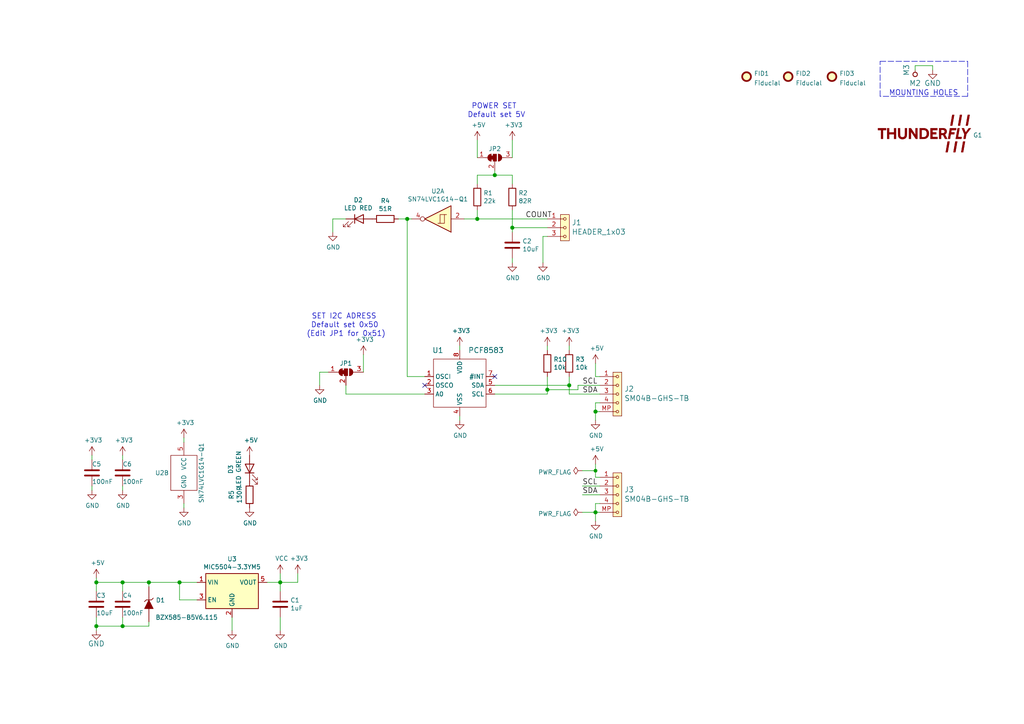
<source format=kicad_sch>
(kicad_sch (version 20211123) (generator eeschema)
  (paper "A4")
  (title_block (title "TFRPM01D") (date "2022-03-29") (company "ThunderFly s.r.o.") (comment 1 "RPM measuring device for UAVs") (comment 2 "Jacho  <info@thunderfly.cz>") (comment 3 "roman-dvorak"))
  (lib_symbols
    (symbol "Device:C" (pin_numbers hide) (pin_names (offset 0.254))
      (property "Reference" "C" (at 0.635 2.54 0))
      (property "Value" "C" (at 0.635 -2.54 0))
      (symbol "C_1_1"
        (pin passive line (at 0 3.81 270) (length 2.794) (name "~") (number "1"))
        (pin passive line (at 0 -3.81 90) (length 2.794) (name "~") (number "2"))
      )
    )
    (symbol "Device:LED" (pin_numbers hide) (pin_names (offset 1.016) hide)
      (property "Reference" "D" (at 0 2.54 0))
      (property "Value" "LED" (at 0 -2.54 0))
      (symbol "LED_1_1"
        (pin passive line (at -3.81 0 0) (length 2.54) (name "K") (number "1"))
        (pin passive line (at 3.81 0 180) (length 2.54) (name "A") (number "2"))
      )
    )
    (symbol "Device:R" (pin_numbers hide) (pin_names (offset 0))
      (property "Reference" "R" (at 2.032 0 90))
      (property "Value" "R" (at 0 0 90))
      (symbol "R_1_1"
        (pin passive line (at 0 3.81 270) (length 1.27) (name "~") (number "1"))
        (pin passive line (at 0 -3.81 90) (length 1.27) (name "~") (number "2"))
      )
    )
    (symbol "Jumper:SolderJumper_3_Bridged12" (pin_names (offset 0) hide)
      (property "Reference" "JP" (at -2.54 -2.54 0))
      (property "Value" "SolderJumper_3_Bridged12" (at 0 2.794 0))
      (symbol "SolderJumper_3_Bridged12_1_1"
        (pin passive line (at -5.08 0 0) (length 2.54) (name "A") (number "1"))
        (pin passive line (at 0 -3.81 90) (length 2.54) (name "C") (number "2"))
        (pin passive line (at 5.08 0 180) (length 2.54) (name "B") (number "3"))
      )
    )
    (symbol "LED_1" (pin_numbers hide) (pin_names (offset 1.016) hide)
      (property "Reference" "D" (at 0 2.54 0))
      (property "Value" "LED_1" (at 0 -2.54 0))
      (symbol "LED_1_1_1"
        (pin passive line (at -3.81 0 0) (length 2.54) (name "K") (number "1"))
        (pin passive line (at 3.81 0 180) (length 2.54) (name "A") (number "2"))
      )
    )
    (symbol "MLAB_CONNECTORS_JST:SM04B-GHS-TB" (pin_names (offset 1.016))
      (property "Reference" "J" (at 0 -7.62 0))
      (property "Value" "SM04B-GHS-TB" (at 0 7.62 0))
      (symbol "SM04B-GHS-TB_1_1"
        (pin input line (at -5.08 5.08 0) (length 3.81) (name "~") (number "1"))
        (pin input line (at -5.08 2.54 0) (length 3.81) (name "~") (number "2"))
        (pin input line (at -5.08 0 0) (length 3.81) (name "~") (number "3"))
        (pin input line (at -5.08 -2.54 0) (length 3.81) (name "~") (number "4"))
        (pin input line (at -5.08 -5.08 0) (length 3.81) (name "~") (number "MP"))
      )
    )
    (symbol "MLAB_D:D_ZENER" (pin_numbers hide) (pin_names (offset 1.016) hide)
      (property "Reference" "D" (at 0 2.54 0))
      (property "Value" "D_ZENER" (at 0 -2.54 0))
      (symbol "D_ZENER_1_1"
        (pin passive line (at -5.08 0 0) (length 3.81) (name "K") (number "1"))
        (pin passive line (at 5.08 0 180) (length 3.81) (name "A") (number "2"))
      )
    )
    (symbol "MLAB_HEADER:HEADER_1x03" (pin_names (offset 1.016))
      (property "Reference" "J" (at 0 -5.08 0))
      (property "Value" "HEADER_1x03" (at 0 5.08 0))
      (symbol "HEADER_1x03_1_1"
        (pin input line (at -5.08 2.54 0) (length 3.81) (name "~") (number "1"))
        (pin input line (at -5.08 0 0) (length 3.81) (name "~") (number "2"))
        (pin input line (at -5.08 -2.54 0) (length 3.81) (name "~") (number "3"))
      )
    )
    (symbol "MLAB_IO:74AHC1G14GV"
      (property "Reference" "U" (at -2.54 1.27 0))
      (property "Value" "74AHC1G14GV" (at 1.27 -6.35 0))
      (symbol "74AHC1G14GV_1_0"
        (pin input line (at -7.62 0 0) (length 3.81) (name "~") (number "2"))
        (pin output inverted (at 7.62 0 180) (length 3.81) (name "~") (number "4"))
      )
      (symbol "74AHC1G14GV_2_0"
        (pin input line (at 0 -8.89 90) (length 3.81) (name "GND") (number "3"))
        (pin input line (at 0 8.89 270) (length 3.81) (name "VCC") (number "5"))
      )
    )
    (symbol "MLAB_IO:PCF8583"
      (property "Reference" "U" (at -5.08 10.16 0))
      (property "Value" "PCF8583" (at 7.62 10.16 0))
      (symbol "PCF8583_1_1"
        (pin input line (at -10.16 3.81 0) (length 2.54) (name "OSCI") (number "1"))
        (pin output line (at -10.16 1.27 0) (length 2.54) (name "OSCO") (number "2"))
        (pin input line (at -10.16 -1.27 0) (length 2.54) (name "A0") (number "3"))
        (pin power_in line (at 0 -7.62 90) (length 2.54) (name "VSS") (number "4"))
        (pin bidirectional line (at 10.16 1.27 180) (length 2.54) (name "SDA") (number "5"))
        (pin input line (at 10.16 -1.27 180) (length 2.54) (name "SCL") (number "6"))
        (pin output line (at 10.16 3.81 180) (length 2.54) (name "#INT") (number "7"))
        (pin power_in line (at 0 11.43 270) (length 2.54) (name "VDD") (number "8"))
      )
    )
    (symbol "MLAB_MECHANICAL:HOLE" (pin_numbers hide) (pin_names (offset 1.016) hide)
      (property "Reference" "M" (at 0 2.54 0))
      (property "Value" "HOLE" (at 0 -2.54 0))
      (symbol "HOLE_1_1"
        (pin input line (at 1.27 0 180) (length 0.635) (name "~") (number "1"))
      )
    )
    (symbol "MLAB_TF_LOGO:LOGO" (pin_names (offset 1.016)) (in_bom no)
      (property "Reference" "G" (at 0 6.4676 0))
    )
    (symbol "Mechanical:Fiducial"
      (property "Reference" "FID" (at 0 5.08 0))
      (property "Value" "Fiducial" (at 0 3.175 0))
    )
    (symbol "Power_symbols:PWR_FLAG" (power) (pin_numbers hide) (pin_names (offset 0) hide)
      (property "Value" "PWR_FLAG" (at 0 3.81 0))
      (symbol "PWR_FLAG_0_0"
        (pin power_out line (at 0 0 90) (length 0) (name "pwr") (number "1"))
      )
    )
    (symbol "Regulator_Linear:MIC5504-3.3YM5"
      (property "Reference" "U" (at -7.62 8.89 0))
      (property "Value" "MIC5504-3.3YM5" (at -7.62 6.35 0))
      (symbol "MIC5504-3.3YM5_1_1"
        (pin power_in line (at -10.16 2.54 0) (length 2.54) (name "VIN") (number "1"))
        (pin power_in line (at 0 -7.62 90) (length 2.54) (name "GND") (number "2"))
        (pin input line (at -10.16 -2.54 0) (length 2.54) (name "EN") (number "3"))
        (pin no_connect line (at 7.62 -2.54 180) (length 2.54) hide (name "NC") (number "4"))
        (pin power_out line (at 10.16 2.54 180) (length 2.54) (name "VOUT") (number "5"))
      )
    )
    (symbol "SM04B-GHS-TB_1" (pin_names (offset 1.016))
      (property "Reference" "J" (at 0 -7.62 0))
      (property "Value" "SM04B-GHS-TB_1" (at 0 7.62 0))
      (symbol "SM04B-GHS-TB_1_1_1"
        (pin input line (at -5.08 5.08 0) (length 3.81) (name "~") (number "1"))
        (pin input line (at -5.08 2.54 0) (length 3.81) (name "~") (number "2"))
        (pin input line (at -5.08 0 0) (length 3.81) (name "~") (number "3"))
        (pin input line (at -5.08 -2.54 0) (length 3.81) (name "~") (number "4"))
        (pin input line (at -5.08 -5.08 0) (length 3.81) (name "~") (number "MP"))
      )
    )
    (symbol "SolderJumper_3_Bridged12_1" (pin_names (offset 0) hide)
      (property "Reference" "JP" (at -2.54 -2.54 0))
      (property "Value" "SolderJumper_3_Bridged12_1" (at 0 2.794 0))
      (symbol "SolderJumper_3_Bridged12_1_1_1"
        (pin passive line (at -5.08 0 0) (length 2.54) (name "A") (number "1"))
        (pin passive line (at 0 -3.81 90) (length 2.54) (name "C") (number "2"))
        (pin passive line (at 5.08 0 180) (length 2.54) (name "B") (number "3"))
      )
    )
    (symbol "power:+3V3" (power) (pin_names (offset 0))
      (property "Value" "+3V3" (at 0 3.556 0))
      (symbol "+3V3_1_1"
        (pin power_in line (at 0 0 90) (length 0) hide (name "+3V3") (number "1"))
      )
    )
    (symbol "power:+5V" (power) (pin_names (offset 0))
      (property "Value" "+5V" (at 0 3.556 0))
      (symbol "+5V_1_1"
        (pin power_in line (at 0 0 90) (length 0) hide (name "+5V") (number "1"))
      )
    )
    (symbol "power:GND" (power) (pin_names (offset 0))
      (property "Value" "GND" (at 0 -3.81 0))
      (symbol "GND_1_1"
        (pin power_in line (at 0 0 270) (length 0) hide (name "GND") (number "1"))
      )
    )
    (symbol "power:VCC" (power) (pin_names (offset 0))
      (property "Value" "VCC" (at 0 3.81 0))
      (symbol "VCC_1_1"
        (pin power_in line (at 0 0 90) (length 0) hide (name "VCC") (number "1"))
      )
    )
  )
  (junction (at 165.1 111.76) (diameter 1.016))
  (junction (at 81.28 168.91) (diameter 1.016))
  (junction (at 148.59 66.04) (diameter 1.016))
  (junction (at 143.51 50.8) (diameter 1.016))
  (junction (at 138.43 63.5) (diameter 1.016))
  (junction (at 27.94 168.91) (diameter 1.016))
  (junction (at 35.56 168.91) (diameter 1.016))
  (junction (at 52.07 168.91) (diameter 1.016))
  (junction (at 172.72 136.525))
  (junction (at 172.72 148.59) (diameter 1.016))
  (junction (at 118.11 63.5) (diameter 1.016))
  (junction (at 172.72 119.38) (diameter 1.016))
  (junction (at 43.18 168.91) (diameter 1.016))
  (junction (at 158.75 113.03) (diameter 1.016))
  (junction (at 27.94 181.61) (diameter 1.016))
  (junction (at 35.56 181.61) (diameter 1.016))
  (no_connect (at 143.51 109.22))
  (no_connect (at 123.19 111.76))
  (wire (pts (xy 173.99 119.38) (xy 172.72 119.38)))
  (polyline (pts (xy 255.27 17.78) (xy 280.67 17.78)) (stroke (width 0) (type dash)))
  (wire (pts (xy 172.72 148.59) (xy 172.72 151.13)))
  (wire (pts (xy 172.72 109.22) (xy 173.99 109.22)))
  (wire (pts (xy 165.1 109.22) (xy 165.1 111.76)))
  (wire (pts (xy 27.94 181.61) (xy 27.94 182.88)))
  (wire (pts (xy 35.56 168.91) (xy 43.18 168.91)))
  (wire (pts (xy 138.43 63.5) (xy 158.75 63.5)))
  (wire (pts (xy 52.07 173.99) (xy 52.07 168.91)))
  (wire (pts (xy 168.91 140.97) (xy 173.99 140.97)))
  (wire (pts (xy 172.72 105.41) (xy 172.72 109.22)))
  (wire (pts (xy 67.31 179.07) (xy 67.31 182.88)))
  (wire (pts (xy 27.94 179.07) (xy 27.94 181.61)))
  (wire (pts (xy 35.56 181.61) (xy 43.18 181.61)))
  (wire (pts (xy 167.64 111.76) (xy 173.99 111.76)))
  (wire (pts (xy 57.15 173.99) (xy 52.07 173.99)))
  (wire (pts (xy 53.34 146.05) (xy 53.34 147.32)))
  (wire (pts (xy 172.72 134.62) (xy 172.72 136.525)))
  (wire (pts (xy 96.52 67.31) (xy 96.52 63.5)))
  (wire (pts (xy 118.11 63.5) (xy 118.11 109.22)))
  (wire (pts (xy 165.1 114.3) (xy 173.99 114.3)))
  (wire (pts (xy 96.52 63.5) (xy 100.33 63.5)))
  (wire (pts (xy 148.59 40.64) (xy 148.59 45.72)))
  (wire (pts (xy 53.34 127) (xy 53.34 128.27)))
  (wire (pts (xy 27.94 167.64) (xy 27.94 168.91)))
  (wire (pts (xy 27.94 171.45) (xy 27.94 168.91)))
  (wire (pts (xy 27.94 181.61) (xy 35.56 181.61)))
  (wire (pts (xy 138.43 50.8) (xy 143.51 50.8)))
  (wire (pts (xy 143.51 50.8) (xy 148.59 50.8)))
  (wire (pts (xy 167.64 113.03) (xy 167.64 111.76)))
  (wire (pts (xy 158.75 100.33) (xy 158.75 101.6)))
  (wire (pts (xy 165.1 100.33) (xy 165.1 101.6)))
  (wire (pts (xy 158.75 114.3) (xy 143.51 114.3)))
  (wire (pts (xy 158.75 68.58) (xy 157.48 68.58)))
  (wire (pts (xy 35.56 171.45) (xy 35.56 168.91)))
  (wire (pts (xy 92.71 107.95) (xy 92.71 111.76)))
  (wire (pts (xy 95.25 107.95) (xy 92.71 107.95)))
  (wire (pts (xy 118.11 109.22) (xy 123.19 109.22)))
  (wire (pts (xy 172.72 138.43) (xy 173.99 138.43)))
  (wire (pts (xy 168.91 148.59) (xy 172.72 148.59)))
  (wire (pts (xy 43.18 180.34) (xy 43.18 181.61)))
  (wire (pts (xy 35.56 140.97) (xy 35.56 142.24)))
  (wire (pts (xy 173.99 146.05) (xy 172.72 146.05)))
  (wire (pts (xy 105.41 102.87) (xy 105.41 107.95)))
  (wire (pts (xy 172.72 146.05) (xy 172.72 148.59)))
  (polyline (pts (xy 280.67 27.94) (xy 255.27 27.94)) (stroke (width 0) (type dash)))
  (wire (pts (xy 43.18 168.91) (xy 52.07 168.91)))
  (wire (pts (xy 138.43 50.8) (xy 138.43 53.34)))
  (wire (pts (xy 165.1 111.76) (xy 165.1 114.3)))
  (wire (pts (xy 81.28 179.07) (xy 81.28 182.88)))
  (wire (pts (xy 172.72 116.84) (xy 172.72 119.38)))
  (wire (pts (xy 158.75 113.03) (xy 158.75 114.3)))
  (wire (pts (xy 138.43 60.96) (xy 138.43 63.5)))
  (wire (pts (xy 86.36 168.91) (xy 86.36 166.37)))
  (wire (pts (xy 157.48 68.58) (xy 157.48 76.2)))
  (wire (pts (xy 57.15 168.91) (xy 52.07 168.91)))
  (polyline (pts (xy 280.67 17.78) (xy 280.67 27.94)) (stroke (width 0) (type dash)))
  (wire (pts (xy 168.91 143.51) (xy 173.99 143.51)))
  (wire (pts (xy 270.51 19.05) (xy 265.43 19.05)))
  (wire (pts (xy 26.67 132.08) (xy 26.67 133.35)))
  (wire (pts (xy 172.72 119.38) (xy 172.72 121.92)))
  (wire (pts (xy 35.56 179.07) (xy 35.56 181.61)))
  (wire (pts (xy 148.59 50.8) (xy 148.59 53.34)))
  (wire (pts (xy 148.59 60.96) (xy 148.59 66.04)))
  (wire (pts (xy 148.59 66.04) (xy 148.59 67.31)))
  (wire (pts (xy 173.99 148.59) (xy 172.72 148.59)))
  (wire (pts (xy 168.91 136.525) (xy 172.72 136.525)))
  (wire (pts (xy 81.28 166.37) (xy 81.28 168.91)))
  (wire (pts (xy 138.43 40.64) (xy 138.43 45.72)))
  (wire (pts (xy 115.57 63.5) (xy 118.11 63.5)))
  (wire (pts (xy 148.59 66.04) (xy 158.75 66.04)))
  (wire (pts (xy 133.35 121.92) (xy 133.35 120.65)))
  (wire (pts (xy 100.33 114.3) (xy 123.19 114.3)))
  (wire (pts (xy 158.75 109.22) (xy 158.75 113.03)))
  (wire (pts (xy 143.51 111.76) (xy 165.1 111.76)))
  (wire (pts (xy 35.56 132.08) (xy 35.56 133.35)))
  (wire (pts (xy 172.72 136.525) (xy 172.72 138.43)))
  (wire (pts (xy 173.99 116.84) (xy 172.72 116.84)))
  (wire (pts (xy 148.59 74.93) (xy 148.59 76.2)))
  (wire (pts (xy 77.47 168.91) (xy 81.28 168.91)))
  (wire (pts (xy 81.28 168.91) (xy 81.28 171.45)))
  (wire (pts (xy 100.33 114.3) (xy 100.33 111.76)))
  (wire (pts (xy 270.51 20.32) (xy 270.51 19.05)))
  (wire (pts (xy 143.51 49.53) (xy 143.51 50.8)))
  (wire (pts (xy 118.11 63.5) (xy 119.38 63.5)))
  (wire (pts (xy 27.94 168.91) (xy 35.56 168.91)))
  (polyline (pts (xy 255.27 27.94) (xy 255.27 17.78)) (stroke (width 0) (type dash)))
  (wire (pts (xy 158.75 113.03) (xy 167.64 113.03)))
  (wire (pts (xy 134.62 63.5) (xy 138.43 63.5)))
  (wire (pts (xy 81.28 168.91) (xy 86.36 168.91)))
  (wire (pts (xy 265.43 20.32) (xy 265.43 19.05)))
  (wire (pts (xy 43.18 170.18) (xy 43.18 168.91)))
  (wire (pts (xy 26.67 140.97) (xy 26.67 142.24)))
  (wire (pts (xy 133.35 100.33) (xy 133.35 101.6)))
  (text "Default set 5V" (at 152.4 34.29 180) (effects (font (size 1.524 1.524)) (justify right bottom)))
  (text "(Edit JP1 for 0x51)" (at 88.9 97.79 0) (effects (font (size 1.524 1.524)) (justify left bottom)))
  (text "MOUNTING HOLES" (at 257.81 27.94 0) (effects (font (size 1.524 1.524)) (justify left bottom)))
  (text "Default set 0x50" (at 90.17 95.25 0) (effects (font (size 1.524 1.524)) (justify left bottom)))
  (text "POWER SET\n" (at 149.86 31.75 180) (effects (font (size 1.524 1.524)) (justify right bottom)))
  (text "SET I2C ADRESS" (at 109.22 92.71 180) (effects (font (size 1.524 1.524)) (justify right bottom)))
  (label "SCL" (at 168.91 111.76 0) (effects (font (size 1.524 1.524))))
  (label "SDA" (at 168.91 114.3 0) (effects (font (size 1.524 1.524))))
  (label "COUNT" (at 152.4 63.5 0) (effects (font (size 1.524 1.524))))
  (label "SDA" (at 168.91 143.51 0) (effects (font (size 1.524 1.524))))
  (label "SCL" (at 168.91 140.97 0) (effects (font (size 1.524 1.524))))
  (symbol (lib_id "power:GND") (at 27.94 182.88 0) (unit 1)
    (property "Reference" "#PWR012" (effects hide))
    (property "Value" "GND" (at 27.94 186.69 0) (effects (font (size 1.524 1.524))))
  )
  (symbol (lib_id "MLAB_MECHANICAL:HOLE") (at 265.43 21.59 90) (unit 1)
    (property "Reference" "M2" (at 265.43 24.13 90) (effects (font (size 1.524 1.524))))
    (property "Value" "M3" (at 262.89 20.32 0) (effects (font (size 1.524 1.524))))
    (property "Footprint" "Mlab_Mechanical:MountingHole_3mm" (effects hide))
  )
  (symbol (lib_id "power:GND") (at 270.51 20.32 0) (unit 1)
    (property "Reference" "#PWR013" (effects hide))
    (property "Value" "GND" (at 270.51 24.13 0) (effects (font (size 1.524 1.524))))
  )
  (symbol (lib_id "Device:C") (at 35.56 175.26 0) (unit 1)
    (property "Reference" "C4" (at 35.56 172.72 0) (effects (justify left)))
    (property "Value" "100nF" (at 35.56 177.8 0) (effects (justify left)))
    (property "Footprint" "Capacitor_SMD:C_0603_1608Metric" (effects hide))
    (property "UST_ID" "5c70984812875079b91f8bf2" (effects hide))
  )
  (symbol (lib_id "MLAB_IO:PCF8583") (at 133.35 113.03 0) (unit 1)
    (property "Reference" "U1" (at 127 101.6 0) (effects (font (size 1.524 1.524))))
    (property "Value" "PCF8583" (at 140.97 101.6 0) (effects (font (size 1.524 1.524))))
    (property "Footprint" "Mlab_IO:SOT176-1" (effects hide))
    (property "UST_ID" "5c70984712875079b91f8b59" (effects hide))
  )
  (symbol (lib_id "power:GND") (at 133.35 121.92 0) (unit 1)
    (property "Reference" "#PWR06" (effects hide))
    (property "Value" "GND" (at 133.477 126.3142 0))
  )
  (symbol (lib_id "power:GND") (at 172.72 121.92 0) (unit 1)
    (property "Reference" "#PWR09" (effects hide))
    (property "Value" "GND" (at 172.847 126.3142 0))
  )
  (symbol (lib_id "Device:R") (at 165.1 105.41 0) (unit 1)
    (property "Reference" "R3" (at 166.878 104.2416 0) (effects (justify left)))
    (property "Value" "10k" (at 166.878 106.553 0) (effects (justify left)))
    (property "Footprint" "Resistor_SMD:R_0603_1608Metric" (effects hide))
    (property "UST_ID" "5c70984512875079b91f8962" (effects hide))
  )
  (symbol (lib_id "Device:R") (at 158.75 105.41 0) (unit 1)
    (property "Reference" "R10" (at 160.528 104.242 0) (effects (justify left)))
    (property "Value" "10k" (at 160.528 106.553 0) (effects (justify left)))
    (property "Footprint" "Resistor_SMD:R_0603_1608Metric" (effects hide))
    (property "UST_ID" "5c70984512875079b91f8962" (effects hide))
  )
  (symbol (lib_id "power:GND") (at 92.71 111.76 0) (unit 1)
    (property "Reference" "#PWR04" (effects hide))
    (property "Value" "GND" (at 92.837 116.1542 0))
  )
  (symbol (lib_id "Device:C") (at 27.94 175.26 0) (unit 1)
    (property "Reference" "C3" (at 27.94 172.72 0) (effects (justify left)))
    (property "Value" "10uF" (at 27.94 177.8 0) (effects (justify left)))
    (property "Footprint" "Capacitor_SMD:C_0603_1608Metric" (effects hide))
    (property "UST_ID" "5c70984812875079b91f8bf5" (effects hide))
  )
  (symbol (lib_id "MLAB_D:D_ZENER") (at 43.18 175.26 270) (unit 1)
    (property "Reference" "D1" (at 45.1866 174.0916 90) (effects (justify left)))
    (property "Value" "BZX585-B5V6.115" (at 45.085 179.07 90) (effects (justify left)))
    (property "Footprint" "Diode_SMD:D_SOD-523" (effects hide))
    (property "UST_ID" "60879d38128750769ee58e48" (effects hide))
  )
  (symbol (lib_id "MLAB_IO:74AHC1G14GV") (at 127 63.5 180) (unit 1)
    (property "Reference" "U2" (at 127 55.4482 0))
    (property "Value" "SN74LVC1G14-Q1" (at 127 57.76 0))
    (property "Footprint" "Package_TO_SOT_SMD:SOT-353_SC-70-5" (effects hide))
    (property "Datasheet" "http://www.ti.com/lit/gpn/sn74HC14" (effects hide))
    (property "UST_ID" "604b05e1128750769e5b106e" (effects hide))
  )
  (symbol (lib_name "LED_1") (lib_id "Device:LED") (at 104.14 63.5 0) (unit 1)
    (property "Reference" "D2" (at 103.9114 58.0136 0))
    (property "Value" "LED RED" (at 103.9114 60.325 0))
    (property "Footprint" "Mlab_D:LED_1206_2" (effects hide))
    (property "UST_ID" "5c70984412875079b91f8896" (effects hide))
  )
  (symbol (lib_id "power:GND") (at 96.52 67.31 0) (unit 1)
    (property "Reference" "#PWR014" (effects hide))
    (property "Value" "GND" (at 96.647 71.7042 0))
  )
  (symbol (lib_id "Device:R") (at 138.43 57.15 0) (unit 1)
    (property "Reference" "R1" (at 140.208 55.9816 0) (effects (justify left)))
    (property "Value" "22k" (at 140.208 58.293 0) (effects (justify left)))
    (property "Footprint" "Resistor_SMD:R_0805_2012Metric" (effects hide))
    (property "UST_ID" "5c70984712875079b91f8a87" (effects hide))
  )
  (symbol (lib_id "Device:R") (at 111.76 63.5 270) (unit 1)
    (property "Reference" "R4" (at 111.76 58.2422 90))
    (property "Value" "51R" (at 111.76 60.554 90))
    (property "Footprint" "Resistor_SMD:R_0603_1608Metric" (effects hide))
    (property "UST_ID" "5c70984512875079b91f8953" (effects hide))
  )
  (symbol (lib_id "power:+5V") (at 138.43 40.64 0) (unit 1)
    (property "Reference" "#PWR0101" (effects hide))
    (property "Value" "+5V" (at 138.811 36.2458 0))
  )
  (symbol (lib_id "power:+5V") (at 27.94 167.64 0) (unit 1)
    (property "Reference" "#PWR0105" (effects hide))
    (property "Value" "+5V" (at 28.321 163.2458 0))
  )
  (symbol (lib_id "power:+3V3") (at 105.41 102.87 0) (unit 1)
    (property "Reference" "#PWR0106" (effects hide))
    (property "Value" "+3V3" (at 105.791 98.4758 0))
  )
  (symbol (lib_id "power:+3V3") (at 148.59 40.64 0) (unit 1)
    (property "Reference" "#PWR0104" (effects hide))
    (property "Value" "+3V3" (at 148.971 36.2458 0))
  )
  (symbol (lib_id "power:+3V3") (at 165.1 100.33 0) (unit 1)
    (property "Reference" "#PWR0108" (effects hide))
    (property "Value" "+3V3" (at 165.481 95.9358 0))
  )
  (symbol (lib_id "MLAB_HEADER:HEADER_1x03") (at 163.83 66.04 0) (unit 1)
    (property "Reference" "J1" (at 165.8112 64.5414 0) (effects (font (size 1.524 1.524)) (justify left)))
    (property "Value" "HEADER_1x03" (at 165.8112 67.2592 0) (effects (font (size 1.524 1.524)) (justify left)))
    (property "Footprint" "Connector_PinHeader_2.54mm:PinHeader_1x03_P2.54mm_Horizontal" (effects hide))
  )
  (symbol (lib_id "power:+5V") (at 172.72 105.41 0) (unit 1)
    (property "Reference" "#PWR0109" (effects hide))
    (property "Value" "+5V" (at 173.101 101.0158 0))
  )
  (symbol (lib_id "MLAB_CONNECTORS_JST:SM04B-GHS-TB") (at 179.07 143.51 0) (unit 1)
    (property "Reference" "J3" (at 181.0512 142.0114 0) (effects (font (size 1.524 1.524)) (justify left)))
    (property "Value" "SM04B-GHS-TB" (at 181.0512 144.7292 0) (effects (font (size 1.524 1.524)) (justify left)))
    (property "Footprint" "Connector_JST:JST_GH_SM04B-GHS-TB_1x04-1MP_P1.25mm_Horizontal" (effects hide))
    (property "UST_ID" "5c86273d1287500b4e0280be" (effects hide))
  )
  (symbol (lib_id "power:GND") (at 172.72 151.13 0) (unit 1)
    (property "Reference" "#PWR0115" (effects hide))
    (property "Value" "GND" (at 172.847 155.5242 0))
  )
  (symbol (lib_id "power:+5V") (at 172.72 134.62 0) (unit 1)
    (property "Reference" "#PWR0116" (effects hide))
    (property "Value" "+5V" (at 173.101 130.2258 0))
  )
  (symbol (lib_id "power:GND") (at 148.59 76.2 0) (unit 1)
    (property "Reference" "#PWR0103" (effects hide))
    (property "Value" "GND" (at 148.717 80.5942 0))
  )
  (symbol (lib_id "power:+3V3") (at 133.35 100.33 0) (unit 1)
    (property "Reference" "#PWR0110" (effects hide))
    (property "Value" "+3V3" (at 133.731 95.9358 0))
  )
  (symbol (lib_id "Device:C") (at 148.59 71.12 0) (unit 1)
    (property "Reference" "C2" (at 151.511 69.9516 0) (effects (justify left)))
    (property "Value" "10uF" (at 151.511 72.263 0) (effects (justify left)))
    (property "Footprint" "Capacitor_SMD:C_0603_1608Metric" (effects hide))
    (property "UST_ID" "5c70984812875079b91f8bf5" (effects hide))
  )
  (symbol (lib_id "Regulator_Linear:MIC5504-3.3YM5") (at 67.31 171.45 0) (unit 1)
    (property "Reference" "U3" (at 67.31 162.1282 0))
    (property "Value" "MIC5504-3.3YM5" (at 67.31 164.4396 0))
    (property "Footprint" "Package_TO_SOT_SMD:SOT-23-5" (effects hide))
    (property "Datasheet" "http://ww1.microchip.com/downloads/en/DeviceDoc/MIC550X.pdf" (effects hide))
    (property "UST_ID" "5c7255e81287500b4e112ea2" (effects hide))
  )
  (symbol (lib_id "power:VCC") (at 81.28 166.37 0) (unit 1)
    (property "Reference" "#PWR0111" (effects hide))
    (property "Value" "VCC" (at 81.7118 161.9758 0))
  )
  (symbol (lib_id "power:+3V3") (at 86.36 166.37 0) (unit 1)
    (property "Reference" "#PWR0112" (effects hide))
    (property "Value" "+3V3" (at 86.741 161.9758 0))
  )
  (symbol (lib_id "power:GND") (at 67.31 182.88 0) (unit 1)
    (property "Reference" "#PWR0113" (effects hide))
    (property "Value" "GND" (at 67.437 187.2742 0))
  )
  (symbol (lib_id "power:GND") (at 157.48 76.2 0) (unit 1)
    (property "Reference" "#PWR0102" (effects hide))
    (property "Value" "GND" (at 157.607 80.5942 0))
  )
  (symbol (lib_id "Device:C") (at 26.67 137.16 0) (unit 1)
    (property "Reference" "C5" (at 26.67 134.62 0) (effects (justify left)))
    (property "Value" "100nF" (at 26.67 139.7 0) (effects (justify left)))
    (property "Footprint" "Capacitor_SMD:C_0603_1608Metric" (effects hide))
    (property "UST_ID" "5c70984812875079b91f8bf2" (effects hide))
  )
  (symbol (lib_id "power:+3V3") (at 26.67 132.08 0) (unit 1)
    (property "Reference" "#PWR0117" (effects hide))
    (property "Value" "+3V3" (at 27.051 127.6858 0))
  )
  (symbol (lib_id "power:GND") (at 26.67 142.24 0) (unit 1)
    (property "Reference" "#PWR0118" (effects hide))
    (property "Value" "GND" (at 26.797 146.6342 0))
  )
  (symbol (lib_name "SM04B-GHS-TB_1") (lib_id "MLAB_CONNECTORS_JST:SM04B-GHS-TB") (at 179.07 114.3 0) (unit 1)
    (property "Reference" "J2" (at 181.0512 112.8014 0) (effects (font (size 1.524 1.524)) (justify left)))
    (property "Value" "SM04B-GHS-TB" (at 181.0512 115.5192 0) (effects (font (size 1.524 1.524)) (justify left)))
    (property "Footprint" "Connector_JST:JST_GH_SM04B-GHS-TB_1x04-1MP_P1.25mm_Horizontal" (effects hide))
    (property "UST_ID" "5c86273d1287500b4e0280be" (effects hide))
  )
  (symbol (lib_id "power:GND") (at 35.56 142.24 0) (unit 1)
    (property "Reference" "#PWR0119" (effects hide))
    (property "Value" "GND" (at 35.687 146.6342 0))
  )
  (symbol (lib_id "power:+3V3") (at 35.56 132.08 0) (unit 1)
    (property "Reference" "#PWR0120" (effects hide))
    (property "Value" "+3V3" (at 35.941 127.6858 0))
  )
  (symbol (lib_id "Device:C") (at 35.56 137.16 0) (unit 1)
    (property "Reference" "C6" (at 35.56 134.62 0) (effects (justify left)))
    (property "Value" "100nF" (at 35.56 139.7 0) (effects (justify left)))
    (property "Footprint" "Capacitor_SMD:C_0603_1608Metric" (effects hide))
    (property "UST_ID" "5c70984812875079b91f8bf2" (effects hide))
  )
  (symbol (lib_id "Device:C") (at 81.28 175.26 0) (unit 1)
    (property "Reference" "C1" (at 84.201 174.0916 0) (effects (justify left)))
    (property "Value" "1uF" (at 84.201 176.403 0) (effects (justify left)))
    (property "Footprint" "Capacitor_SMD:C_0603_1608Metric" (effects hide))
    (property "UST_ID" "5c70984812875079b91f8bc2" (effects hide))
  )
  (symbol (lib_id "power:GND") (at 81.28 182.88 0) (unit 1)
    (property "Reference" "#PWR0114" (effects hide))
    (property "Value" "GND" (at 81.407 187.2742 0))
  )
  (symbol (lib_id "MLAB_IO:74AHC1G14GV") (at 53.34 137.16 0) (mirror y) (unit 2)
    (property "Reference" "U2" (at 46.99 137.16 0))
    (property "Value" "SN74LVC1G14-Q1" (at 58.42 137.16 90))
    (property "Footprint" "Package_TO_SOT_SMD:SOT-353_SC-70-5" (effects hide))
    (property "Datasheet" "http://www.ti.com/lit/gpn/sn74HC14" (effects hide))
    (property "UST_ID" "604b05e1128750769e5b106e" (effects hide))
  )
  (symbol (lib_id "power:+3V3") (at 53.34 127 0) (unit 1)
    (property "Reference" "#PWR0121" (effects hide))
    (property "Value" "+3V3" (at 53.721 122.6058 0))
  )
  (symbol (lib_id "power:GND") (at 53.34 147.32 0) (unit 1)
    (property "Reference" "#PWR0122" (effects hide))
    (property "Value" "GND" (at 53.467 151.7142 0))
  )
  (symbol (lib_id "power:+3V3") (at 158.75 100.33 0) (unit 1)
    (property "Reference" "#PWR0107" (effects hide))
    (property "Value" "+3V3" (at 159.131 95.9358 0))
  )
  (symbol (lib_id "Device:R") (at 148.59 57.15 180) (unit 1)
    (property "Reference" "R2" (at 150.368 55.982 0) (effects (justify right)))
    (property "Value" "82R" (at 150.368 58.293 0) (effects (justify right)))
    (property "Footprint" "Resistor_SMD:R_0805_2012Metric" (effects hide))
    (property "UST_ID" "5c70984512875079b91f8976" (effects hide))
  )
  (symbol (lib_id "Device:R") (at 72.39 143.51 0) (unit 1)
    (property "Reference" "R5" (at 67.1322 143.51 90))
    (property "Value" "130R" (at 69.444 143.51 90))
    (property "Footprint" "Resistor_SMD:R_0603_1608Metric" (effects hide))
    (property "UST_ID" "5cd08b17128750448e4542b1" (effects hide))
  )
  (symbol (lib_id "Device:LED") (at 72.39 135.89 90) (unit 1)
    (property "Reference" "D3" (at 66.9036 136.1186 0))
    (property "Value" "LED GREEN" (at 69.215 136.1186 0))
    (property "Footprint" "Mlab_D:LED_1206_2" (effects hide))
    (property "UST_ID" "5c70984412875079b91f8895" (effects hide))
  )
  (symbol (lib_id "Power_symbols:PWR_FLAG") (at 168.91 148.59 90) (unit 1)
    (property "Reference" "#FLG0102" (effects hide))
    (property "Value" "PWR_FLAG" (at 165.7351 149.0238 90) (effects (justify left)))
  )
  (symbol (lib_name "SolderJumper_3_Bridged12_1") (lib_id "Jumper:SolderJumper_3_Bridged12") (at 143.51 45.72 0) (unit 1)
    (property "Reference" "JP2" (at 143.51 43.1608 0))
    (property "Value" "SolderJumper_3_Bridged12" (effects hide))
    (property "Footprint" "Jumper:SolderJumper-3_P1.3mm_Bridged12_RoundedPad1.0x1.5mm" (effects hide))
  )
  (symbol (lib_id "power:GND") (at 72.39 147.32 0) (unit 1)
    (property "Reference" "#PWR02" (effects hide))
    (property "Value" "GND" (at 72.517 151.7142 0))
  )
  (symbol (lib_id "Mechanical:Fiducial") (at 216.535 22.225 0) (unit 1)
    (property "Reference" "FID1" (at 218.694 21.3165 0) (effects (justify left)))
    (property "Value" "Fiducial" (at 218.694 24.0916 0) (effects (justify left)))
    (property "Footprint" "Fiducial:Fiducial_0.5mm_Mask1.5mm" (effects hide))
  )
  (symbol (lib_id "Mechanical:Fiducial") (at 228.6 22.225 0) (unit 1)
    (property "Reference" "FID2" (at 230.759 21.3165 0) (effects (justify left)))
    (property "Value" "Fiducial" (at 230.759 24.0916 0) (effects (justify left)))
    (property "Footprint" "Fiducial:Fiducial_0.5mm_Mask1.5mm" (effects hide))
  )
  (symbol (lib_id "power:+5V") (at 72.39 132.08 0) (unit 1)
    (property "Reference" "#PWR01" (effects hide))
    (property "Value" "+5V" (at 72.771 127.6858 0))
  )
  (symbol (lib_id "Jumper:SolderJumper_3_Bridged12") (at 100.33 107.95 0) (unit 1)
    (property "Reference" "JP1" (at 100.33 105.3908 0))
    (property "Value" "SolderJumper_3_Bridged12" (effects hide))
    (property "Footprint" "Jumper:SolderJumper-3_P1.3mm_Bridged12_RoundedPad1.0x1.5mm" (effects hide))
  )
  (symbol (lib_id "Mechanical:Fiducial") (at 241.3 22.225 0) (unit 1)
    (property "Reference" "FID3" (at 243.459 21.3165 0) (effects (justify left)))
    (property "Value" "Fiducial" (at 243.459 24.0916 0) (effects (justify left)))
    (property "Footprint" "Fiducial:Fiducial_0.5mm_Mask1.5mm" (effects hide))
  )
  (symbol (lib_id "Power_symbols:PWR_FLAG") (at 168.91 136.525 90) (unit 1)
    (property "Reference" "#FLG0101" (effects hide))
    (property "Value" "PWR_FLAG" (at 165.7351 136.9588 90) (effects (justify left)))
  )
  (symbol (lib_id "MLAB_TF_LOGO:LOGO") (at 267.97 38.735 0) (unit 1) (in_bom no)
    (property "Reference" "G1" (at 282.2331 39.214 0) (effects (justify left)))
    (property "Value" "LOGO" (effects hide))
    (property "Footprint" "MLAB_LOGA:TF" (effects hide))
  )
)
</source>
